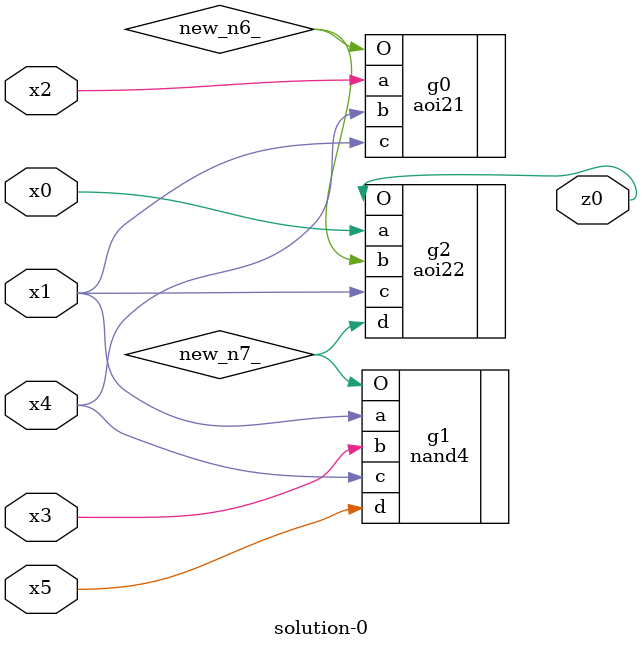
<source format=v>
module \solution-0 (
  x0, x1, x2, x3, x4, x5,
  z0 );
  input x0, x1, x2, x3, x4, x5;
  output z0;
  wire new_n6_, new_n7_;
  aoi21  g0(.a(x2), .b(x4), .c(x1), .O(new_n6_));
  nand4  g1(.a(x1), .b(x3), .c(x4), .d(x5), .O(new_n7_));
  aoi22  g2(.a(x0), .b(new_n6_), .c(x1), .d(new_n7_), .O(z0));
endmodule

</source>
